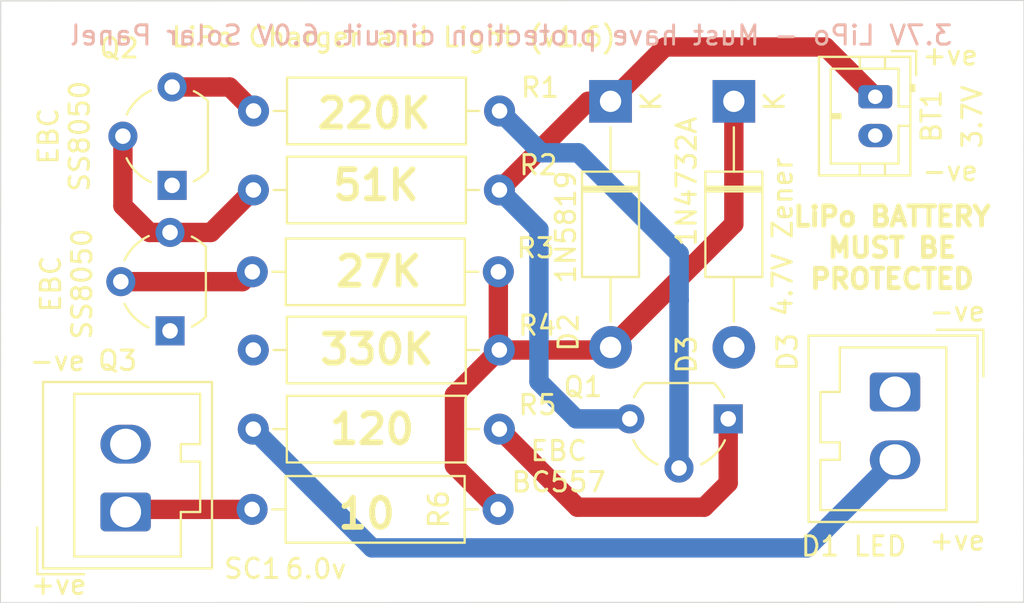
<source format=kicad_pcb>
(kicad_pcb (version 20221018) (generator pcbnew)
  (title_block (title "Garden Solar Light") (date "2024-01-14") (rev "1.6"))
  (layers (0 "F.Cu" signal) (31 "B.Cu" signal) (34 "B.Paste" user) (35 "F.Paste" user) (36 "B.SilkS" user "B.Silkscreen") (37 "F.SilkS" user "F.Silkscreen") (38 "B.Mask" user) (39 "F.Mask" user) (44 "Edge.Cuts" user))
  (net 0 "")
  (net 1 "GND")
  (net 2 "Net-(BT1-Pad1)")
  (net 3 "Net-(D1-Pad2)")
  (net 4 "Net-(D2-Pad2)")
  (net 5 "Net-(Q1-Pad1)")
  (net 6 "Net-(Q1-Pad2)")
  (net 7 "Net-(Q2-Pad3)")
  (net 8 "Net-(Q2-Pad2)")
  (net 9 "Net-(Q3-Pad2)")
  (net 10 "Net-(R6-Pad2)")
  (footprint "Connector_JST:JST_PH_B2B-PH-K_1x02_P2.00mm_Vertical" (layer "F.Cu") (at 157.569977 35.336748 -90)
    (fp_text reference "BT1" (at 1 -2.9 90) (layer "F.SilkS"))
    (fp_text value "3.7V LiPo")
    (fp_line (start -2.36 -2.11) (end -2.36 -0.86) (stroke (width 0.12)) (layer "F.SilkS"))
    (fp_line (start -2.06 -1.81) (end -2.06 2.91) (stroke (width 0.12)) (layer "F.SilkS"))
    (fp_line (start -2.06 -0.5) (end -1.45 -0.5) (stroke (width 0.12)) (layer "F.SilkS"))
    (fp_line (start -2.06 0.8) (end -1.45 0.8) (stroke (width 0.12)) (layer "F.SilkS"))
    (fp_line (start -2.06 2.91) (end 4.06 2.91) (stroke (width 0.12)) (layer "F.SilkS"))
    (fp_line (start -1.45 -1.2) (end -1.45 2.3) (stroke (width 0.12)) (layer "F.SilkS"))
    (fp_line (start -1.45 2.3) (end 3.45 2.3) (stroke (width 0.12)) (layer "F.SilkS"))
    (fp_line (start -1.11 -2.11) (end -2.36 -2.11) (stroke (width 0.12)) (layer "F.SilkS"))
    (fp_line (start -0.6 -2.01) (end -0.6 -1.81) (stroke (width 0.12)) (layer "F.SilkS"))
    (fp_line (start -0.3 -2.01) (end -0.6 -2.01) (stroke (width 0.12)) (layer "F.SilkS"))
    (fp_line (start -0.3 -1.91) (end -0.6 -1.91) (stroke (width 0.12)) (layer "F.SilkS"))
    (fp_line (start -0.3 -1.81) (end -0.3 -2.01) (stroke (width 0.12)) (layer "F.SilkS"))
    (fp_line (start 0.5 -1.81) (end 0.5 -1.2) (stroke (width 0.12)) (layer "F.SilkS"))
    (fp_line (start 0.5 -1.2) (end -1.45 -1.2) (stroke (width 0.12)) (layer "F.SilkS"))
    (fp_line (start 0.9 1.8) (end 1.1 1.8) (stroke (width 0.12)) (layer "F.SilkS"))
    (fp_line (start 0.9 2.3) (end 0.9 1.8) (stroke (width 0.12)) (layer "F.SilkS"))
    (fp_line (start 1 2.3) (end 1 1.8) (stroke (width 0.12)) (layer "F.SilkS"))
    (fp_line (start 1.1 1.8) (end 1.1 2.3) (stroke (width 0.12)) (layer "F.SilkS"))
    (fp_line (start 1.5 -1.2) (end 1.5 -1.81) (stroke (width 0.12)) (layer "F.SilkS"))
    (fp_line (start 3.45 -1.2) (end 1.5 -1.2) (stroke (width 0.12)) (layer "F.SilkS"))
    (fp_line (start 3.45 2.3) (end 3.45 -1.2) (stroke (width 0.12)) (layer "F.SilkS"))
    (fp_line (start 4.06 -1.81) (end -2.06 -1.81) (stroke (width 0.12)) (layer "F.SilkS"))
    (fp_line (start 4.06 -0.5) (end 3.45 -0.5) (stroke (width 0.12)) (layer "F.SilkS"))
    (fp_line (start 4.06 0.8) (end 3.45 0.8) (stroke (width 0.12)) (layer "F.SilkS"))
    (fp_line (start 4.06 2.91) (end 4.06 -1.81) (stroke (width 0.12)) (layer "F.SilkS"))
    (pad "1" thru_hole roundrect (at 0 0 270) (size 1.2 1.75) (drill 0.75) (layers "*.Cu" "*.Mask") (roundrect_rratio 0.208333) (net 2 "Net-(BT1-Pad1)"))
    (pad "2" thru_hole oval (at 2 0 270) (size 1.2 1.75) (drill 0.75) (layers "*.Cu" "*.Mask") (net 1 "GND"))
  )
  (footprint "Connector_Wago:Wago_734-132_1x02_P3.50mm_Vertical" (layer "F.Cu") (at 158.588914 50.574223 -90)
    (fp_text reference "D1 LED" (at 7.966745 2.131509 -180) (layer "F.SilkS"))
    (fp_text value "LED")
    (fp_line (start -3.21 -4.56) (end -0.8 -4.56) (stroke (width 0.12)) (layer "F.SilkS"))
    (fp_line (start -3.21 -2.15) (end -3.21 -4.56) (stroke (width 0.12)) (layer "F.SilkS"))
    (fp_line (start -2.91 -4.26) (end -2.91 4.46) (stroke (width 0.12)) (layer "F.SilkS"))
    (fp_line (start -2.91 4.46) (end 6.71 4.46) (stroke (width 0.12)) (layer "F.SilkS"))
    (fp_line (start -2.3 -2.65) (end -2.3 2.85) (stroke (width 0.12)) (layer "F.SilkS"))
    (fp_line (start -2.3 2.85) (end 0 2.85) (stroke (width 0.12)) (layer "F.SilkS"))
    (fp_line (start 0 2.85) (end 0 3.85) (stroke (width 0.12)) (layer "F.SilkS"))
    (fp_line (start 0 3.85) (end 2.6 3.85) (stroke (width 0.12)) (layer "F.SilkS"))
    (fp_line (start 2.6 2.85) (end 3.5 2.85) (stroke (width 0.12)) (layer "F.SilkS"))
    (fp_line (start 2.6 3.85) (end 2.6 2.85) (stroke (width 0.12)) (layer "F.SilkS"))
    (fp_line (start 3.5 2.85) (end 3.5 3.85) (stroke (width 0.12)) (layer "F.SilkS"))
    (fp_line (start 3.5 3.85) (end 6.1 3.85) (stroke (width 0.12)) (layer "F.SilkS"))
    (fp_line (start 6.1 -2.65) (end -2.3 -2.65) (stroke (width 0.12)) (layer "F.SilkS"))
    (fp_line (start 6.1 3.85) (end 6.1 -2.65) (stroke (width 0.12)) (layer "F.SilkS"))
    (fp_line (start 6.71 -4.26) (end -2.91 -4.26) (stroke (width 0.12)) (layer "F.SilkS"))
    (fp_line (start 6.71 4.46) (end 6.71 -4.26) (stroke (width 0.12)) (layer "F.SilkS"))
    (pad "1" thru_hole roundrect (at 0 0 270) (size 2 2.6) (drill 1.6) (layers "*.Cu" "*.Mask") (roundrect_rratio 0.125) (net 1 "GND"))
    (pad "2" thru_hole oval (at 3.5 0 270) (size 2 2.6) (drill 1.6) (layers "*.Cu" "*.Mask") (net 3 "Net-(D1-Pad2)"))
  )
  (footprint "Diode_THT:D_DO-41_SOD81_P12.70mm_Horizontal" (layer "F.Cu") (at 143.904 35.571 -90)
    (fp_text reference "D2" (at 11.927 2.172 90) (layer "F.SilkS"))
    (fp_text value "1N5819")
    (fp_text user "K" (at 0 -2.1 -90) (layer "F.SilkS"))
    (fp_line (start 1.34 0) (end 3.63 0) (stroke (width 0.12)) (layer "F.SilkS"))
    (fp_line (start 3.63 -1.47) (end 3.63 1.47) (stroke (width 0.12)) (layer "F.SilkS"))
    (fp_line (start 3.63 1.47) (end 9.07 1.47) (stroke (width 0.12)) (layer "F.SilkS"))
    (fp_line (start 4.41 -1.47) (end 4.41 1.47) (stroke (width 0.12)) (layer "F.SilkS"))
    (fp_line (start 4.53 -1.47) (end 4.53 1.47) (stroke (width 0.12)) (layer "F.SilkS"))
    (fp_line (start 4.65 -1.47) (end 4.65 1.47) (stroke (width 0.12)) (layer "F.SilkS"))
    (fp_line (start 9.07 -1.47) (end 3.63 -1.47) (stroke (width 0.12)) (layer "F.SilkS"))
    (fp_line (start 9.07 1.47) (end 9.07 -1.47) (stroke (width 0.12)) (layer "F.SilkS"))
    (fp_line (start 11.36 0) (end 9.07 0) (stroke (width 0.12)) (layer "F.SilkS"))
    (pad "1" thru_hole rect (at 0 0 270) (size 2.2 2.2) (drill 1.1) (layers "*.Cu" "*.Mask") (net 2 "Net-(BT1-Pad1)"))
    (pad "2" thru_hole oval (at 12.7 0 270) (size 2.2 2.2) (drill 1.1) (layers "*.Cu" "*.Mask") (net 4 "Net-(D2-Pad2)"))
  )
  (footprint "Resistor_THT:R_Axial_DIN0309_L9.0mm_D3.2mm_P12.70mm_Horizontal" (layer "F.Cu") (at 125.476 36.068)
    (fp_text reference "R1" (at 14.786104 -1.206197) (layer "F.SilkS"))
    (fp_text value "220K")
    (fp_line (start 1.04 0) (end 1.73 0) (stroke (width 0.12)) (layer "F.SilkS"))
    (fp_line (start 1.73 -1.72) (end 1.73 1.72) (stroke (width 0.12)) (layer "F.SilkS"))
    (fp_line (start 1.73 1.72) (end 10.97 1.72) (stroke (width 0.12)) (layer "F.SilkS"))
    (fp_line (start 10.97 -1.72) (end 1.73 -1.72) (stroke (width 0.12)) (layer "F.SilkS"))
    (fp_line (start 10.97 1.72) (end 10.97 -1.72) (stroke (width 0.12)) (layer "F.SilkS"))
    (fp_line (start 11.66 0) (end 10.97 0) (stroke (width 0.12)) (layer "F.SilkS"))
    (pad "1" thru_hole circle (at 0 0) (size 1.6 1.6) (drill 0.8) (layers "*.Cu" "*.Mask") (net 7 "Net-(Q2-Pad3)"))
    (pad "2" thru_hole oval (at 12.7 0) (size 1.6 1.6) (drill 0.8) (layers "*.Cu" "*.Mask") (net 6 "Net-(Q1-Pad2)"))
  )
  (footprint "Resistor_THT:R_Axial_DIN0309_L9.0mm_D3.2mm_P12.70mm_Horizontal" (layer "F.Cu") (at 125.467918 40.147572)
    (fp_text reference "R2" (at 14.710842 -1.285259) (layer "F.SilkS"))
    (fp_text value "51K")
    (fp_line (start 1.04 0) (end 1.73 0) (stroke (width 0.12)) (layer "F.SilkS"))
    (fp_line (start 1.73 -1.72) (end 1.73 1.72) (stroke (width 0.12)) (layer "F.SilkS"))
    (fp_line (start 1.73 1.72) (end 10.97 1.72) (stroke (width 0.12)) (layer "F.SilkS"))
    (fp_line (start 10.97 -1.72) (end 1.73 -1.72) (stroke (width 0.12)) (layer "F.SilkS"))
    (fp_line (start 10.97 1.72) (end 10.97 -1.72) (stroke (width 0.12)) (layer "F.SilkS"))
    (fp_line (start 11.66 0) (end 10.97 0) (stroke (width 0.12)) (layer "F.SilkS"))
    (pad "1" thru_hole circle (at 0 0) (size 1.6 1.6) (drill 0.8) (layers "*.Cu" "*.Mask") (net 8 "Net-(Q2-Pad2)"))
    (pad "2" thru_hole oval (at 12.7 0) (size 1.6 1.6) (drill 0.8) (layers "*.Cu" "*.Mask") (net 2 "Net-(BT1-Pad1)"))
  )
  (footprint "Resistor_THT:R_Axial_DIN0309_L9.0mm_D3.2mm_P12.70mm_Horizontal" (layer "F.Cu") (at 125.412355 44.370332)
    (fp_text reference "R3" (at 14.627499 -1.22275) (layer "F.SilkS"))
    (fp_text value "27K")
    (fp_line (start 1.04 0) (end 1.73 0) (stroke (width 0.12)) (layer "F.SilkS"))
    (fp_line (start 1.73 -1.72) (end 1.73 1.72) (stroke (width 0.12)) (layer "F.SilkS"))
    (fp_line (start 1.73 1.72) (end 10.97 1.72) (stroke (width 0.12)) (layer "F.SilkS"))
    (fp_line (start 10.97 -1.72) (end 1.73 -1.72) (stroke (width 0.12)) (layer "F.SilkS"))
    (fp_line (start 10.97 1.72) (end 10.97 -1.72) (stroke (width 0.12)) (layer "F.SilkS"))
    (fp_line (start 11.66 0) (end 10.97 0) (stroke (width 0.12)) (layer "F.SilkS"))
    (pad "1" thru_hole circle (at 0 0) (size 1.6 1.6) (drill 0.8) (layers "*.Cu" "*.Mask") (net 9 "Net-(Q3-Pad2)"))
    (pad "2" thru_hole oval (at 12.7 0) (size 1.6 1.6) (drill 0.8) (layers "*.Cu" "*.Mask") (net 4 "Net-(D2-Pad2)"))
  )
  (footprint "Resistor_THT:R_Axial_DIN0309_L9.0mm_D3.2mm_P12.70mm_Horizontal" (layer "F.Cu") (at 125.463288 48.407884)
    (fp_text reference "R4" (at 14.65991 -1.259792) (layer "F.SilkS"))
    (fp_text value "330K")
    (fp_line (start 1.04 0) (end 1.73 0) (stroke (width 0.12)) (layer "F.SilkS"))
    (fp_line (start 1.73 -1.72) (end 1.73 1.72) (stroke (width 0.12)) (layer "F.SilkS"))
    (fp_line (start 1.73 1.72) (end 10.97 1.72) (stroke (width 0.12)) (layer "F.SilkS"))
    (fp_line (start 10.97 -1.72) (end 1.73 -1.72) (stroke (width 0.12)) (layer "F.SilkS"))
    (fp_line (start 10.97 1.72) (end 10.97 -1.72) (stroke (width 0.12)) (layer "F.SilkS"))
    (fp_line (start 11.66 0) (end 10.97 0) (stroke (width 0.12)) (layer "F.SilkS"))
    (pad "1" thru_hole circle (at 0 0) (size 1.6 1.6) (drill 0.8) (layers "*.Cu" "*.Mask") (net 1 "GND"))
    (pad "2" thru_hole oval (at 12.7 0) (size 1.6 1.6) (drill 0.8) (layers "*.Cu" "*.Mask") (net 4 "Net-(D2-Pad2)"))
  )
  (footprint "Resistor_THT:R_Axial_DIN0309_L9.0mm_D3.2mm_P12.70mm_Horizontal" (layer "F.Cu") (at 125.463288 52.491738)
    (fp_text reference "R5" (at 14.6738 -1.245901) (layer "F.SilkS"))
    (fp_text value "120")
    (fp_line (start 1.04 0) (end 1.73 0) (stroke (width 0.12)) (layer "F.SilkS"))
    (fp_line (start 1.73 -1.72) (end 1.73 1.72) (stroke (width 0.12)) (layer "F.SilkS"))
    (fp_line (start 1.73 1.72) (end 10.97 1.72) (stroke (width 0.12)) (layer "F.SilkS"))
    (fp_line (start 10.97 -1.72) (end 1.73 -1.72) (stroke (width 0.12)) (layer "F.SilkS"))
    (fp_line (start 10.97 1.72) (end 10.97 -1.72) (stroke (width 0.12)) (layer "F.SilkS"))
    (fp_line (start 11.66 0) (end 10.97 0) (stroke (width 0.12)) (layer "F.SilkS"))
    (pad "1" thru_hole circle (at 0 0) (size 1.6 1.6) (drill 0.8) (layers "*.Cu" "*.Mask") (net 3 "Net-(D1-Pad2)"))
    (pad "2" thru_hole oval (at 12.7 0) (size 1.6 1.6) (drill 0.8) (layers "*.Cu" "*.Mask") (net 5 "Net-(Q1-Pad1)"))
  )
  (footprint "Connector_Wago:Wago_734-132_1x02_P3.50mm_Vertical" (layer "F.Cu") (at 118.872 56.769 90)
    (fp_text reference "SC1" (at -2.925002 6.53978 180) (layer "F.SilkS"))
    (fp_text value "6.0V")
    (fp_line (start -3.21 -4.56) (end -0.8 -4.56) (stroke (width 0.12)) (layer "F.SilkS"))
    (fp_line (start -3.21 -2.15) (end -3.21 -4.56) (stroke (width 0.12)) (layer "F.SilkS"))
    (fp_line (start -2.91 -4.26) (end -2.91 4.46) (stroke (width 0.12)) (layer "F.SilkS"))
    (fp_line (start -2.91 4.46) (end 6.71 4.46) (stroke (width 0.12)) (layer "F.SilkS"))
    (fp_line (start -2.3 -2.65) (end -2.3 2.85) (stroke (width 0.12)) (layer "F.SilkS"))
    (fp_line (start -2.3 2.85) (end 0 2.85) (stroke (width 0.12)) (layer "F.SilkS"))
    (fp_line (start 0 2.85) (end 0 3.85) (stroke (width 0.12)) (layer "F.SilkS"))
    (fp_line (start 0 3.85) (end 2.6 3.85) (stroke (width 0.12)) (layer "F.SilkS"))
    (fp_line (start 2.6 2.85) (end 3.5 2.85) (stroke (width 0.12)) (layer "F.SilkS"))
    (fp_line (start 2.6 3.85) (end 2.6 2.85) (stroke (width 0.12)) (layer "F.SilkS"))
    (fp_line (start 3.5 2.85) (end 3.5 3.85) (stroke (width 0.12)) (layer "F.SilkS"))
    (fp_line (start 3.5 3.85) (end 6.1 3.85) (stroke (width 0.12)) (layer "F.SilkS"))
    (fp_line (start 6.1 -2.65) (end -2.3 -2.65) (stroke (width 0.12)) (layer "F.SilkS"))
    (fp_line (start 6.1 3.85) (end 6.1 -2.65) (stroke (width 0.12)) (layer "F.SilkS"))
    (fp_line (start 6.71 -4.26) (end -2.91 -4.26) (stroke (width 0.12)) (layer "F.SilkS"))
    (fp_line (start 6.71 4.46) (end 6.71 -4.26) (stroke (width 0.12)) (layer "F.SilkS"))
    (pad "1" thru_hole roundrect (at 0 0 90) (size 2 2.6) (drill 1.6) (layers "*.Cu" "*.Mask") (roundrect_rratio 0.125) (net 10 "Net-(R6-Pad2)"))
    (pad "2" thru_hole oval (at 3.5 0 90) (size 2 2.6) (drill 1.6) (layers "*.Cu" "*.Mask") (net 1 "GND"))
  )
  (footprint "Package_TO_SOT_THT:TO-92_Wide" (layer "F.Cu") (at 149.977961 51.962507 180)
    (fp_text reference "Q1" (at 7.493 1.651) (layer "F.SilkS"))
    (fp_text value "BC557")
    (fp_line (start 0.74 1.85) (end 4.34 1.85) (stroke (width 0.12)) (layer "F.SilkS"))
    (fp_arc (start 0.172801 -1.103842) (mid 0.678995 -1.832692) (end 1.4 -2.35) (stroke (width 0.12)) (layer "F.SilkS"))
    (fp_arc (start 0.74 1.85) (mid 0.446097 1.509328) (end 0.215816 1.122795) (stroke (width 0.12)) (layer "F.SilkS"))
    (fp_arc (start 3.65 -2.35) (mid 4.382279 -1.833196) (end 4.895458 -1.098371) (stroke (width 0.12)) (layer "F.SilkS"))
    (fp_arc (start 4.864184 1.122795) (mid 4.633903 1.509328) (end 4.34 1.85) (stroke (width 0.12)) (layer "F.SilkS"))
    (pad "1" thru_hole rect (at 0 0 180) (size 1.5 1.5) (drill 0.8) (layers "*.Cu" "*.Mask") (net 5 "Net-(Q1-Pad1)"))
    (pad "2" thru_hole circle (at 2.54 -2.54 180) (size 1.5 1.5) (drill 0.8) (layers "*.Cu" "*.Mask") (net 6 "Net-(Q1-Pad2)"))
    (pad "3" thru_hole circle (at 5.08 0 180) (size 1.5 1.5) (drill 0.8) (layers "*.Cu" "*.Mask") (net 2 "Net-(BT1-Pad1)"))
  )
  (footprint "Package_TO_SOT_THT:TO-92_Wide" (layer "F.Cu") (at 121.273102 39.910414 90)
    (fp_text reference "Q2" (at 7.081417 -2.731793 180) (layer "F.SilkS"))
    (fp_text value "SS8050")
    (fp_line (start 0.74 1.85) (end 4.34 1.85) (stroke (width 0.12)) (layer "F.SilkS"))
    (fp_arc (start 0.172801 -1.103842) (mid 0.678995 -1.832692) (end 1.4 -2.35) (stroke (width 0.12)) (layer "F.SilkS"))
    (fp_arc (start 0.74 1.85) (mid 0.446097 1.509328) (end 0.215816 1.122795) (stroke (width 0.12)) (layer "F.SilkS"))
    (fp_arc (start 3.65 -2.35) (mid 4.382279 -1.833196) (end 4.895458 -1.098371) (stroke (width 0.12)) (layer "F.SilkS"))
    (fp_arc (start 4.864184 1.122795) (mid 4.633903 1.509328) (end 4.34 1.85) (stroke (width 0.12)) (layer "F.SilkS"))
    (pad "1" thru_hole rect (at 0 0 90) (size 1.5 1.5) (drill 0.8) (layers "*.Cu" "*.Mask") (net 1 "GND"))
    (pad "2" thru_hole circle (at 2.54 -2.54 90) (size 1.5 1.5) (drill 0.8) (layers "*.Cu" "*.Mask") (net 8 "Net-(Q2-Pad2)"))
    (pad "3" thru_hole circle (at 5.08 0 90) (size 1.5 1.5) (drill 0.8) (layers "*.Cu" "*.Mask") (net 7 "Net-(Q2-Pad3)"))
  )
  (footprint "Package_TO_SOT_THT:TO-92_Wide" (layer "F.Cu") (at 121.165482 47.41904 90)
    (fp_text reference "Q3" (at -1.537013 -2.707517 180) (layer "F.SilkS"))
    (fp_text value "SS8050")
    (fp_line (start 0.74 1.85) (end 4.34 1.85) (stroke (width 0.12)) (layer "F.SilkS"))
    (fp_arc (start 0.172801 -1.103842) (mid 0.678995 -1.832692) (end 1.4 -2.35) (stroke (width 0.12)) (layer "F.SilkS"))
    (fp_arc (start 0.74 1.85) (mid 0.446097 1.509328) (end 0.215816 1.122795) (stroke (width 0.12)) (layer "F.SilkS"))
    (fp_arc (start 3.65 -2.35) (mid 4.382279 -1.833196) (end 4.895458 -1.098371) (stroke (width 0.12)) (layer "F.SilkS"))
    (fp_arc (start 4.864184 1.122795) (mid 4.633903 1.509328) (end 4.34 1.85) (stroke (width 0.12)) (layer "F.SilkS"))
    (pad "1" thru_hole rect (at 0 0 90) (size 1.5 1.5) (drill 0.8) (layers "*.Cu" "*.Mask") (net 1 "GND"))
    (pad "2" thru_hole circle (at 2.54 -2.54 90) (size 1.5 1.5) (drill 0.8) (layers "*.Cu" "*.Mask") (net 9 "Net-(Q3-Pad2)"))
    (pad "3" thru_hole circle (at 5.08 0 90) (size 1.5 1.5) (drill 0.8) (layers "*.Cu" "*.Mask") (net 8 "Net-(Q2-Pad2)"))
  )
  (footprint "Diode_THT:D_DO-41_SOD81_P12.70mm_Horizontal" (layer "F.Cu") (at 150.269 35.571 -90)
    (fp_text reference "D3" (at 13.07 2.441 90) (layer "F.SilkS"))
    (fp_text value "1N4732A")
    (fp_text user "K" (at 0 -2.1 -90) (layer "F.SilkS"))
    (fp_line (start 1.34 0) (end 3.63 0) (stroke (width 0.12)) (layer "F.SilkS"))
    (fp_line (start 3.63 -1.47) (end 3.63 1.47) (stroke (width 0.12)) (layer "F.SilkS"))
    (fp_line (start 3.63 1.47) (end 9.07 1.47) (stroke (width 0.12)) (layer "F.SilkS"))
    (fp_line (start 4.41 -1.47) (end 4.41 1.47) (stroke (width 0.12)) (layer "F.SilkS"))
    (fp_line (start 4.53 -1.47) (end 4.53 1.47) (stroke (width 0.12)) (layer "F.SilkS"))
    (fp_line (start 4.65 -1.47) (end 4.65 1.47) (stroke (width 0.12)) (layer "F.SilkS"))
    (fp_line (start 9.07 -1.47) (end 3.63 -1.47) (stroke (width 0.12)) (layer "F.SilkS"))
    (fp_line (start 9.07 1.47) (end 9.07 -1.47) (stroke (width 0.12)) (layer "F.SilkS"))
    (fp_line (start 11.36 0) (end 9.07 0) (stroke (width 0.12)) (layer "F.SilkS"))
    (pad "1" thru_hole rect (at 0 0 270) (size 2.2 2.2) (drill 1.1) (layers "*.Cu" "*.Mask") (net 4 "Net-(D2-Pad2)"))
    (pad "2" thru_hole oval (at 12.7 0 270) (size 2.2 2.2) (drill 1.1) (layers "*.Cu" "*.Mask") (net 1 "GND"))
  )
  (footprint "Resistor_THT:R_Axial_DIN0309_L9.0mm_D3.2mm_P12.70mm_Horizontal" (layer "F.Cu") (at 138.103303 56.634127 180)
    (fp_text reference "R6" (at 3.06511 0.006789 90) (layer "F.SilkS"))
    (fp_text value "10")
    (fp_line (start 1.04 0) (end 1.73 0) (stroke (width 0.12)) (layer "F.SilkS"))
    (fp_line (start 1.73 -1.72) (end 1.73 1.72) (stroke (width 0.12)) (layer "F.SilkS"))
    (fp_line (start 1.73 1.72) (end 10.97 1.72) (stroke (width 0.12)) (layer "F.SilkS"))
    (fp_line (start 10.97 -1.72) (end 1.73 -1.72) (stroke (width 0.12)) (layer "F.SilkS"))
    (fp_line (start 10.97 1.72) (end 10.97 -1.72) (stroke (width 0.12)) (layer "F.SilkS"))
    (fp_line (start 11.66 0) (end 10.97 0) (stroke (width 0.12)) (layer "F.SilkS"))
    (pad "1" thru_hole circle (at 0 0 180) (size 1.6 1.6) (drill 0.8) (layers "*.Cu" "*.Mask") (net 4 "Net-(D2-Pad2)"))
    (pad "2" thru_hole oval (at 12.7 0 180) (size 1.6 1.6) (drill 0.8) (layers "*.Cu" "*.Mask") (net 10 "Net-(R6-Pad2)"))
  )
  (gr_line (start 112.427762 30.386774) (end 165.242579 30.365868) (stroke (width 0.05)) (layer "Edge.Cuts"))
  (gr_line (start 165.228609 61.426323) (end 112.413792 61.447229) (stroke (width 0.05)) (layer "Edge.Cuts"))
  (gr_line (start 112.413792 61.447229) (end 112.427762 30.386774) (stroke (width 0.05)) (layer "Edge.Cuts"))
  (gr_line (start 165.242579 30.365868) (end 165.228609 61.426323) (stroke (width 0.05)) (layer "Edge.Cuts"))
  (gr_text "3.7V LiPo - Must have protection circuit. 6.0V Solar Panel" (at 138.777359 32.166915) (layer "B.SilkS") (effects (font (size 1 1)) (justify mirror)))
  (gr_text "+ve\n" (at 115.424224 60.519381) (layer "F.SilkS") (effects (font (size 1 1))))
  (gr_text "-ve\n" (at 161.437207 39.170443) (layer "F.SilkS") (effects (font (size 1 1))))
  (gr_text "+ve\n" (at 161.812255 58.242319) (layer "F.SilkS") (effects (font (size 1 1))))
  (gr_text "EBC\nSS8050\n\n" (at 116.624398 44.997215 90) (layer "F.SilkS") (effects (font (size 1 1))))
  (gr_text "-ve\n" (at 115.356826 48.97279) (layer "F.SilkS") (effects (font (size 1 1))))
  (gr_text "-ve\n" (at 161.812255 46.421367) (layer "F.SilkS") (effects (font (size 1 1))))
  (gr_text "10" (at 131.315747 56.856377) (layer "F.SilkS") (effects (font (size 1.5 1.5) (thickness 0.3))))
  (gr_text "EBC\nSS8050\n\n" (at 116.499382 37.371243 90) (layer "F.SilkS") (effects (font (size 1 1))))
  (gr_text "D3" (at 153.035 48.514 90) (layer "F.SilkS") (effects (font (size 1 1))))
  (gr_text "220K" (at 131.699 36.195) (layer "F.SilkS") (effects (font (size 1.5 1.5) (thickness 0.3))))
  (gr_text "3.7V\n" (at 162.580207 36.376443 90) (layer "F.SilkS") (effects (font (size 1 1))))
  (gr_text "LiPo Charger and Light (v1.6)" (at 132.715017 32.255356) (layer "F.SilkS") (effects (font (size 1 1))))
  (gr_text "4.7V Zener" (at 152.781 42.571 90) (layer "F.SilkS") (effects (font (size 1 1))))
  (gr_text "1N4732A" (at 147.824797 39.708357 90) (layer "F.SilkS") (effects (font (size 1 1))))
  (gr_text "EBC\nBC557" (at 141.230826 54.421153) (layer "F.SilkS") (effects (font (size 1 1))))
  (gr_text "330K" (at 131.841069 48.380103) (layer "F.SilkS") (effects (font (size 1.5 1.5) (thickness 0.3))))
  (gr_text "+ve\n" (at 161.437207 33.201443) (layer "F.SilkS") (effects (font (size 1 1))))
  (gr_text "LiPo BATTERY\nMUST BE\nPROTECTED" (at 158.436824 43.129281) (layer "F.SilkS") (effects (font (size 1 1) (thickness 0.25))))
  (gr_text "51K" (at 131.790137 39.89754) (layer "F.SilkS") (effects (font (size 1.5 1.5) (thickness 0.3))))
  (gr_text "6.0v" (at 128.68811 59.710551) (layer "F.SilkS") (effects (font (size 1 1))))
  (gr_text "120" (at 131.591037 52.491738) (layer "F.SilkS") (effects (font (size 1.5 1.5) (thickness 0.3))))
  (gr_text "27K" (at 131.929043 44.356442) (layer "F.SilkS") (effects (font (size 1.5 1.5) (thickness 0.3))))
  (gr_text "1N5819\n" (at 141.595608 42.06411 90) (layer "F.SilkS") (effects (font (size 1 1))))
  (segment (start 143.904 35.571) (end 142.74449 35.571) (width 1) (layer "F.Cu") (net 2))
  (segment (start 154.999229 32.766) (end 157.569977 35.336748) (width 1) (layer "F.Cu") (net 2))
  (segment (start 142.74449 35.571) (end 138.167918 40.147572) (width 1) (layer "F.Cu") (net 2))
  (segment (start 146.709 32.766) (end 154.999229 32.766) (width 1) (layer "F.Cu") (net 2))
  (segment (start 146.709 32.766) (end 143.904 35.571) (width 1) (layer "F.Cu") (net 2))
  (segment (start 142.130346 51.962507) (end 140.208 50.040161) (width 1) (layer "B.Cu") (net 2))
  (segment (start 140.208 42.187654) (end 138.167918 40.147572) (width 1) (layer "B.Cu") (net 2))
  (segment (start 144.897961 51.962507) (end 142.130346 51.962507) (width 1) (layer "B.Cu") (net 2))
  (segment (start 140.208 50.040161) (end 140.208 42.187654) (width 1) (layer "B.Cu") (net 2))
  (segment (start 125.463288 52.491738) (end 131.593699 58.622149) (width 1) (layer "B.Cu") (net 3))
  (segment (start 154.040988 58.622149) (end 131.593699 58.622149) (width 1) (layer "B.Cu") (net 3))
  (segment (start 158.588914 54.074223) (end 154.040988 58.622149) (width 1) (layer "B.Cu") (net 3))
  (segment (start 135.848382 54.379206) (end 138.103303 56.634127) (width 1) (layer "F.Cu") (net 4))
  (segment (start 135.848382 50.72279) (end 135.848382 54.379206) (width 1) (layer "F.Cu") (net 4))
  (segment (start 138.163288 48.407884) (end 143.767116 48.407884) (width 1) (layer "F.Cu") (net 4))
  (segment (start 150.269 35.571) (end 150.269 41.906) (width 1) (layer "F.Cu") (net 4))
  (segment (start 150.269 41.906) (end 143.904 48.271) (width 1) (layer "F.Cu") (net 4))
  (segment (start 138.112355 44.370332) (end 138.112355 48.356951) (width 1) (layer "F.Cu") (net 4))
  (segment (start 138.163288 48.407884) (end 135.848382 50.72279) (width 1) (layer "F.Cu") (net 4))
  (segment (start 148.734421 56.52234) (end 142.19389 56.52234) (width 1) (layer "F.Cu") (net 5))
  (segment (start 149.977961 51.962507) (end 149.977961 55.2788) (width 1) (layer "F.Cu") (net 5))
  (segment (start 149.977961 55.2788) (end 148.734421 56.52234) (width 1) (layer "F.Cu") (net 5))
  (segment (start 142.19389 56.52234) (end 138.163288 52.491738) (width 1) (layer "F.Cu") (net 5))
  (segment (start 138.176 36.068) (end 140.335 38.227) (width 1) (layer "B.Cu") (net 6))
  (segment (start 142.24 38.227) (end 147.447 43.434) (width 1) (layer "B.Cu") (net 6))
  (segment (start 147.447 45.847) (end 147.437961 45.856039) (width 1) (layer "B.Cu") (net 6))
  (segment (start 147.447 43.434) (end 147.447 45.847) (width 1) (layer "B.Cu") (net 6))
  (segment (start 140.335 38.227) (end 142.24 38.227) (width 1) (layer "B.Cu") (net 6))
  (segment (start 147.437961 45.856039) (end 147.437961 54.502507) (width 1) (layer "B.Cu") (net 6))
  (segment (start 124.238414 34.830414) (end 125.476 36.068) (width 1) (layer "F.Cu") (net 7))
  (segment (start 121.273102 34.830414) (end 124.238414 34.830414) (width 1) (layer "F.Cu") (net 7))
  (segment (start 120.104822 42.33904) (end 121.165482 42.33904) (width 1) (layer "F.Cu") (net 8))
  (segment (start 118.733102 37.370414) (end 118.733102 40.96732) (width 1) (layer "F.Cu") (net 8))
  (segment (start 121.165482 42.33904) (end 123.27645 42.33904) (width 1) (layer "F.Cu") (net 8))
  (segment (start 123.27645 42.33904) (end 125.467918 40.147572) (width 1) (layer "F.Cu") (net 8))
  (segment (start 118.733102 40.96732) (end 120.104822 42.33904) (width 1) (layer "F.Cu") (net 8))
  (segment (start 118.625482 44.87904) (end 124.903647 44.87904) (width 1) (layer "F.Cu") (net 9))
  (segment (start 124.903647 44.87904) (end 125.412355 44.370332) (width 1) (layer "F.Cu") (net 9))
  (segment (start 119.006873 56.634127) (end 118.872 56.769) (width 1) (layer "F.Cu") (net 10))
  (segment (start 125.403303 56.634127) (end 119.006873 56.634127) (width 1) (layer "F.Cu") (net 10))
  (segment (start 125.26843 56.769) (end 125.403303 56.634127) (width 1) (layer "F.Cu") (net 10))
)
</source>
